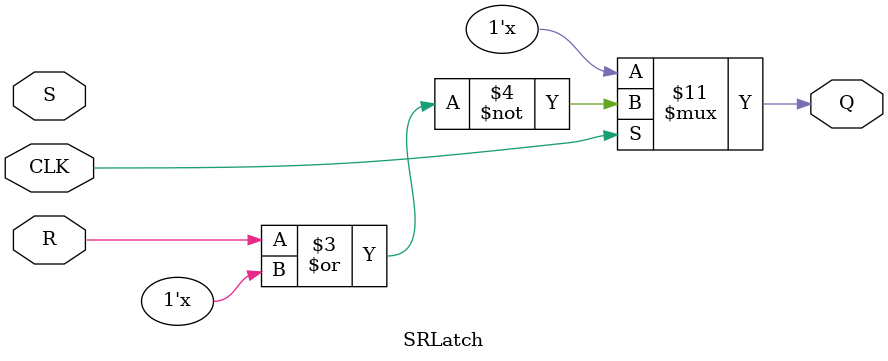
<source format=v>
module SRLatch(S, CLK, R, Q);
	input S, CLK, R;
	output reg Q;
	
	reg notQ;
	
	always @(*) 
	begin
		if (CLK == 1'b1) 
		begin
			Q  =  ~(R | notQ); 
			notQ =  ~(S | Q); 
		end
	end
endmodule
</source>
